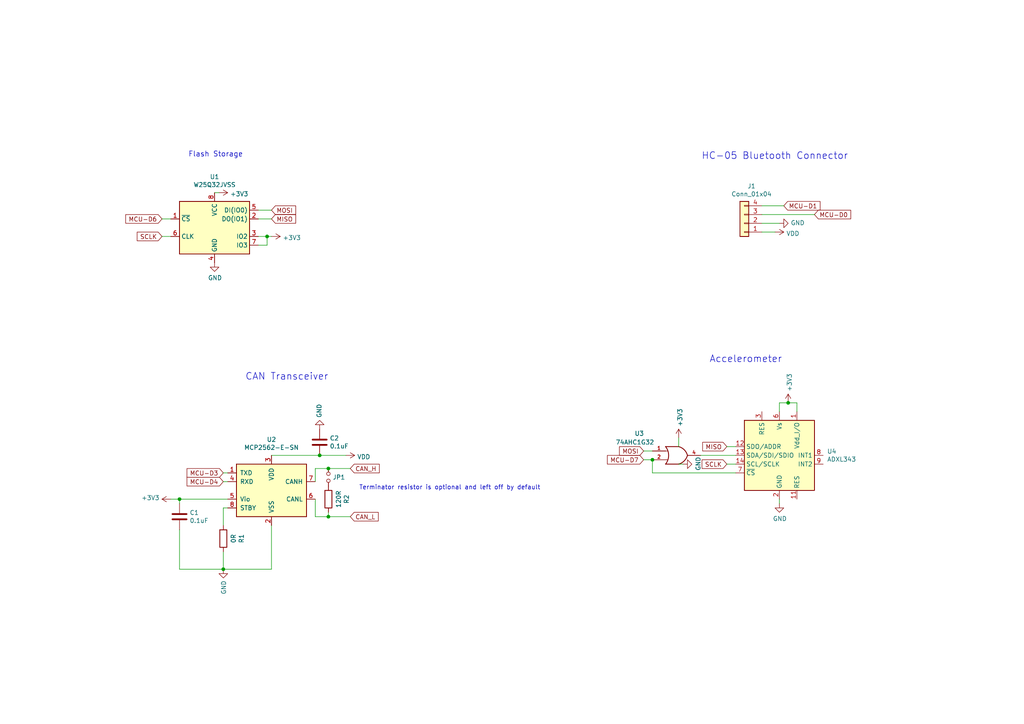
<source format=kicad_sch>
(kicad_sch (version 20231120) (generator "eeschema") (generator_version "8.0")
  (paper "A4")
  (lib_symbols
    (symbol "74xGxx:74AHC1G32" (pin_names (offset 1.016))
      (property "Reference" "U" (at -2.54 3.81 0))
      (property "Value" "74AHC1G32" (at 0 -3.81 0))
      (symbol "74AHC1G32_0_1"
        (arc (start -3.81 -2.54) (mid -2.919 0) (end -3.81 2.54) (stroke (width 0.254)))
        (arc (start 0 -2.54) (mid 1.601 -1.601) (end 2.54 0) (stroke (width 0.254)))
        (polyline (pts (xy -3.81 -1.27) (xy -3.175 -1.27)))
        (polyline (pts (xy -3.81 1.27) (xy -3.175 1.27)))
        (polyline (pts (xy 0 -2.54) (xy -3.81 -2.54)) (stroke (width 0.254)) (fill (type background)))
        (polyline (pts (xy 0 2.54) (xy -3.81 2.54)) (stroke (width 0.254)) (fill (type background)))
        (arc (start 2.54 0) (mid 1.6136 1.6136) (end 0 2.54) (stroke (width 0.254)))
      )
      (symbol "74AHC1G32_1_1"
        (pin input line (at -7.62 1.27 0) (length 3.81) (name "~") (number "1"))
        (pin input line (at -7.62 -1.27 0) (length 3.81) (name "~") (number "2"))
        (pin power_in line (at 0 -2.54 270) (length 0) hide (name "GND") (number "3"))
        (pin output line (at 6.35 0 180) (length 3.81) (name "~") (number "4"))
        (pin power_in line (at 0 2.54 90) (length 0) hide (name "VCC") (number "5"))
      )
    )
    (symbol "Connector_Generic:Conn_01x04" (pin_names (offset 1.016) hide)
      (property "Reference" "J" (at 0 5.08 0))
      (property "Value" "Conn_01x04" (at 0 -7.62 0))
      (symbol "Conn_01x04_1_1"
        (rectangle (start -1.27 -4.953) (end 0 -5.207) (stroke (width 0.1524)))
        (rectangle (start -1.27 -2.413) (end 0 -2.667) (stroke (width 0.1524)))
        (rectangle (start -1.27 0.127) (end 0 -0.127) (stroke (width 0.1524)))
        (rectangle (start -1.27 2.667) (end 0 2.413) (stroke (width 0.1524)))
        (rectangle (start -1.27 3.81) (end 1.27 -6.35) (stroke (width 0.254)) (fill (type background)))
        (pin passive line (at -5.08 2.54 0) (length 3.81) (name "Pin_1") (number "1"))
        (pin passive line (at -5.08 0 0) (length 3.81) (name "Pin_2") (number "2"))
        (pin passive line (at -5.08 -2.54 0) (length 3.81) (name "Pin_3") (number "3"))
        (pin passive line (at -5.08 -5.08 0) (length 3.81) (name "Pin_4") (number "4"))
      )
    )
    (symbol "Device:C" (pin_numbers hide) (pin_names (offset 0.254))
      (property "Reference" "C" (at 0.635 2.54 0))
      (property "Value" "C" (at 0.635 -2.54 0))
      (symbol "C_0_1"
        (polyline (pts (xy -2.032 -0.762) (xy 2.032 -0.762)) (stroke (width 0.508)))
        (polyline (pts (xy -2.032 0.762) (xy 2.032 0.762)) (stroke (width 0.508)))
      )
      (symbol "C_1_1"
        (pin passive line (at 0 3.81 270) (length 2.794) (name "~") (number "1"))
        (pin passive line (at 0 -3.81 90) (length 2.794) (name "~") (number "2"))
      )
    )
    (symbol "Device:Jumper_NO_Small" (pin_numbers hide) (pin_names (offset 0.762) hide)
      (property "Reference" "JP" (at 0 2.032 0))
      (property "Value" "Device_Jumper_NO_Small" (at 0.254 -1.524 0))
      (symbol "Jumper_NO_Small_0_1"
        (circle (center -1.016 0) (radius 0.508))
        (circle (center 1.016 0) (radius 0.508))
        (pin passive line (at -2.54 0 0) (length 1.016) (name "1") (number "1"))
        (pin passive line (at 2.54 0 180) (length 1.016) (name "2") (number "2"))
      )
    )
    (symbol "Device:R" (pin_numbers hide) (pin_names (offset 0))
      (property "Reference" "R" (at 2.032 0 90))
      (property "Value" "R" (at 0 0 90))
      (symbol "R_0_1"
        (rectangle (start -1.016 -2.54) (end 1.016 2.54) (stroke (width 0.254)))
      )
      (symbol "R_1_1"
        (pin passive line (at 0 3.81 270) (length 1.27) (name "~") (number "1"))
        (pin passive line (at 0 -3.81 90) (length 1.27) (name "~") (number "2"))
      )
    )
    (symbol "Interface_CAN_LIN:MCP2562-E-SN" (pin_names (offset 1.016))
      (property "Reference" "U" (at -10.16 8.89 0))
      (property "Value" "MCP2562-E-SN" (at 2.54 8.89 0))
      (symbol "MCP2562-E-SN_0_1"
        (rectangle (start -10.16 7.62) (end 10.16 -7.62) (stroke (width 0.254)) (fill (type background)))
      )
      (symbol "MCP2562-E-SN_1_1"
        (pin input line (at -12.7 5.08 0) (length 2.54) (name "TXD") (number "1"))
        (pin power_in line (at 0 -10.16 90) (length 2.54) (name "VSS") (number "2"))
        (pin power_in line (at 0 10.16 270) (length 2.54) (name "VDD") (number "3"))
        (pin output line (at -12.7 2.54 0) (length 2.54) (name "RXD") (number "4"))
        (pin power_in line (at -12.7 -2.54 0) (length 2.54) (name "Vio") (number "5"))
        (pin bidirectional line (at 12.7 -2.54 180) (length 2.54) (name "CANL") (number "6"))
        (pin bidirectional line (at 12.7 2.54 180) (length 2.54) (name "CANH") (number "7"))
        (pin input line (at -12.7 -5.08 0) (length 2.54) (name "STBY") (number "8"))
      )
    )
    (symbol "Memory_Flash:W25Q32JVSS"
      (property "Reference" "U" (at -8.89 8.89 0))
      (property "Value" "W25Q32JVSS" (at 7.62 8.89 0))
      (symbol "W25Q32JVSS_0_1"
        (rectangle (start -10.16 7.62) (end 10.16 -7.62) (stroke (width 0.254)) (fill (type background)))
      )
      (symbol "W25Q32JVSS_1_1"
        (pin input line (at -12.7 2.54 0) (length 2.54) (name "~{CS}") (number "1"))
        (pin bidirectional line (at 12.7 2.54 180) (length 2.54) (name "DO(IO1)") (number "2"))
        (pin bidirectional line (at 12.7 -2.54 180) (length 2.54) (name "IO2") (number "3"))
        (pin power_in line (at 0 -10.16 90) (length 2.54) (name "GND") (number "4"))
        (pin bidirectional line (at 12.7 5.08 180) (length 2.54) (name "DI(IO0)") (number "5"))
        (pin input line (at -12.7 -2.54 0) (length 2.54) (name "CLK") (number "6"))
        (pin bidirectional line (at 12.7 -5.08 180) (length 2.54) (name "IO3") (number "7"))
        (pin power_in line (at 0 10.16 270) (length 2.54) (name "VCC") (number "8"))
      )
    )
    (symbol "Sensor_Motion:ADXL343"
      (property "Reference" "U" (at -8.89 11.43 0))
      (property "Value" "ADXL343" (at -7.62 -11.43 0))
      (symbol "ADXL343_0_1"
        (rectangle (start -10.16 10.16) (end 10.16 -10.16) (stroke (width 0.254)) (fill (type background)))
      )
      (symbol "ADXL343_1_1"
        (pin power_in line (at 5.08 12.7 270) (length 2.54) (name "Vdd_I/O") (number "1"))
        (pin no_connect line (at -5.08 -10.16 90) (length 2.54) hide (name "NC") (number "10"))
        (pin passive line (at 5.08 -12.7 90) (length 2.54) (name "RES") (number "11"))
        (pin bidirectional line (at -12.7 2.54 0) (length 2.54) (name "SDO/ADDR") (number "12"))
        (pin bidirectional line (at -12.7 0 0) (length 2.54) (name "SDA/SDI/SDIO") (number "13"))
        (pin input line (at -12.7 -2.54 0) (length 2.54) (name "SCL/SCLK") (number "14"))
        (pin power_in line (at 0 -12.7 90) (length 2.54) (name "GND") (number "2"))
        (pin passive line (at -5.08 12.7 270) (length 2.54) (name "RES") (number "3"))
        (pin passive line (at 0 -12.7 90) (length 2.54) hide (name "GND") (number "4"))
        (pin passive line (at 0 -12.7 90) (length 2.54) hide (name "GND") (number "5"))
        (pin power_in line (at 0 12.7 270) (length 2.54) (name "Vs") (number "6"))
        (pin input line (at -12.7 -5.08 0) (length 2.54) (name "~{CS}") (number "7"))
        (pin output line (at 12.7 0 180) (length 2.54) (name "INT1") (number "8"))
        (pin output line (at 12.7 -2.54 180) (length 2.54) (name "INT2") (number "9"))
      )
    )
    (symbol "power:+3V3" (power) (pin_names (offset 0))
      (property "Value" "+3V3" (at 0 3.556 0))
      (symbol "+3V3_0_1"
        (polyline (pts (xy -0.762 1.27) (xy 0 2.54)))
        (polyline (pts (xy 0 0) (xy 0 2.54)))
        (polyline (pts (xy 0 2.54) (xy 0.762 1.27)))
      )
      (symbol "+3V3_1_1"
        (pin power_in line (at 0 0 90) (length 0) hide (name "+3V3") (number "1"))
      )
    )
    (symbol "power:GND" (power) (pin_names (offset 0))
      (property "Value" "GND" (at 0 -3.81 0))
      (symbol "GND_0_1"
        (polyline (pts (xy 0 0) (xy 0 -1.27) (xy 1.27 -1.27) (xy 0 -2.54) (xy -1.27 -1.27) (xy 0 -1.27)))
      )
      (symbol "GND_1_1"
        (pin power_in line (at 0 0 270) (length 0) hide (name "GND") (number "1"))
      )
    )
    (symbol "power:VDD" (power) (pin_names (offset 0))
      (property "Value" "VDD" (at 0 3.81 0))
      (symbol "VDD_0_1"
        (polyline (pts (xy -0.762 1.27) (xy 0 2.54)))
        (polyline (pts (xy 0 0) (xy 0 2.54)))
        (polyline (pts (xy 0 2.54) (xy 0.762 1.27)))
      )
      (symbol "VDD_1_1"
        (pin power_in line (at 0 0 90) (length 0) hide (name "VDD") (number "1"))
      )
    )
  )
  (junction (at 95.25 135.89))
  (junction (at 77.47 68.58))
  (junction (at 95.25 149.86))
  (junction (at 189.23 133.35))
  (junction (at 64.77 165.1))
  (junction (at 92.71 132.08))
  (junction (at 52.07 144.78))
  (junction (at 228.6 116.84))
  (wire (pts (xy 92.71 132.08) (xy 78.74 132.08)))
  (wire (pts (xy 74.93 60.96) (xy 78.74 60.96)))
  (wire (pts (xy 91.44 135.89) (xy 91.44 139.7)))
  (wire (pts (xy 236.22 62.23) (xy 220.98 62.23)))
  (wire (pts (xy 226.06 146.05) (xy 226.06 144.78)))
  (wire (pts (xy 91.44 149.86) (xy 95.25 149.86)))
  (wire (pts (xy 78.74 152.4) (xy 78.74 165.1)))
  (wire (pts (xy 186.69 133.35) (xy 189.23 133.35)))
  (wire (pts (xy 74.93 71.12) (xy 77.47 71.12)))
  (wire (pts (xy 226.06 64.77) (xy 220.98 64.77)))
  (wire (pts (xy 220.98 59.69) (xy 227.33 59.69)))
  (wire (pts (xy 64.77 139.7) (xy 66.04 139.7)))
  (wire (pts (xy 231.14 119.38) (xy 231.14 116.84)))
  (wire (pts (xy 77.47 71.12) (xy 77.47 68.58)))
  (wire (pts (xy 63.5 55.88) (xy 62.23 55.88)))
  (wire (pts (xy 224.79 67.31) (xy 220.98 67.31)))
  (wire (pts (xy 52.07 144.78) (xy 66.04 144.78)))
  (wire (pts (xy 95.25 149.86) (xy 101.6 149.86)))
  (wire (pts (xy 49.53 144.78) (xy 52.07 144.78)))
  (wire (pts (xy 78.74 165.1) (xy 64.77 165.1)))
  (wire (pts (xy 52.07 165.1) (xy 64.77 165.1)))
  (wire (pts (xy 46.99 63.5) (xy 49.53 63.5)))
  (wire (pts (xy 95.25 148.59) (xy 95.25 149.86)))
  (wire (pts (xy 46.99 68.58) (xy 49.53 68.58)))
  (wire (pts (xy 95.25 135.89) (xy 91.44 135.89)))
  (wire (pts (xy 77.47 68.58) (xy 74.93 68.58)))
  (wire (pts (xy 210.82 134.62) (xy 213.36 134.62)))
  (wire (pts (xy 186.69 130.81) (xy 189.23 130.81)))
  (wire (pts (xy 95.25 135.89) (xy 101.6 135.89)))
  (wire (pts (xy 64.77 147.32) (xy 66.04 147.32)))
  (wire (pts (xy 196.85 127) (xy 196.85 129.54)))
  (wire (pts (xy 64.77 160.02) (xy 64.77 165.1)))
  (wire (pts (xy 189.23 133.35) (xy 189.23 137.16)))
  (wire (pts (xy 64.77 152.4) (xy 64.77 147.32)))
  (wire (pts (xy 198.12 134.62) (xy 196.85 134.62)))
  (wire (pts (xy 210.82 129.54) (xy 213.36 129.54)))
  (wire (pts (xy 52.07 146.05) (xy 52.07 144.78)))
  (wire (pts (xy 52.07 153.67) (xy 52.07 165.1)))
  (wire (pts (xy 78.74 63.5) (xy 74.93 63.5)))
  (wire (pts (xy 91.44 144.78) (xy 91.44 149.86)))
  (wire (pts (xy 226.06 119.38) (xy 226.06 116.84)))
  (wire (pts (xy 189.23 137.16) (xy 213.36 137.16)))
  (wire (pts (xy 203.2 132.08) (xy 213.36 132.08)))
  (wire (pts (xy 226.06 116.84) (xy 228.6 116.84)))
  (wire (pts (xy 100.33 132.08) (xy 92.71 132.08)))
  (wire (pts (xy 231.14 116.84) (xy 228.6 116.84)))
  (wire (pts (xy 64.77 137.16) (xy 66.04 137.16)))
  (wire (pts (xy 78.74 68.58) (xy 77.47 68.58)))
  (text "CAN Transceiver" (at 71.12 110.49 0) (effects (font (size 1.9812 1.9812)) (justify left bottom)))
  (text "Flash Storage" (at 54.61 45.72 0) (effects (font (size 1.4986 1.4986)) (justify left bottom)))
  (text "HC-05 Bluetooth Connector" (at 203.454 46.482 0) (effects (font (size 1.9812 1.9812)) (justify left bottom)))
  (text "Terminator resistor is optional and left off by default" (at 104.14 142.24 0) (effects (font (size 1.27 1.27)) (justify left bottom)))
  (text "Accelerometer" (at 205.74 105.41 0) (effects (font (size 1.9812 1.9812)) (justify left bottom)))
  (global_label "CAN_L" (shape input) (at 101.6 149.86 0) (property "Intersheetrefs" "${INTERSHEET_REFS}" (effects (hide yes))))
  (global_label "MCU-D3" (shape input) (at 64.77 137.16 180) (property "Intersheetrefs" "${INTERSHEET_REFS}" (effects (hide yes))))
  (global_label "MISO" (shape input) (at 210.82 129.54 180) (property "Intersheetrefs" "${INTERSHEET_REFS}" (effects (hide yes))))
  (global_label "MCU-D6" (shape input) (at 46.99 63.5 180) (property "Intersheetrefs" "${INTERSHEET_REFS}" (effects (hide yes))))
  (global_label "MISO" (shape input) (at 78.74 63.5 0) (property "Intersheetrefs" "${INTERSHEET_REFS}" (effects (hide yes))))
  (global_label "MCU-D4" (shape input) (at 64.77 139.7 180) (property "Intersheetrefs" "${INTERSHEET_REFS}" (effects (hide yes))))
  (global_label "MOSI" (shape input) (at 78.74 60.96 0) (property "Intersheetrefs" "${INTERSHEET_REFS}" (effects (hide yes))))
  (global_label "MCU-D0" (shape input) (at 236.22 62.23 0) (property "Intersheetrefs" "${INTERSHEET_REFS}" (effects (hide yes))))
  (global_label "SCLK" (shape input) (at 46.99 68.58 180) (property "Intersheetrefs" "${INTERSHEET_REFS}" (effects (hide yes))))
  (global_label "MCU-D1" (shape input) (at 227.33 59.69 0) (property "Intersheetrefs" "${INTERSHEET_REFS}" (effects (hide yes))))
  (global_label "SCLK" (shape input) (at 210.82 134.62 180) (property "Intersheetrefs" "${INTERSHEET_REFS}" (effects (hide yes))))
  (global_label "MOSI" (shape input) (at 186.69 130.81 180) (property "Intersheetrefs" "${INTERSHEET_REFS}" (effects (hide yes))))
  (global_label "MCU-D7" (shape input) (at 186.69 133.35 180) (property "Intersheetrefs" "${INTERSHEET_REFS}" (effects (hide yes))))
  (global_label "CAN_H" (shape input) (at 101.6 135.89 0) (property "Intersheetrefs" "${INTERSHEET_REFS}" (effects (hide yes))))
  (symbol (lib_id "Interface_CAN_LIN:MCP2562-E-SN") (at 78.74 142.24 0) (unit 1)
    (property "Reference" "U2" (at 78.74 127.4826 0))
    (property "Value" "MCP2562-E-SN" (at 78.74 129.794 0))
    (property "Footprint" "Package_SO:SOIC-8_3.9x4.9mm_P1.27mm" (effects (hide yes)))
    (property "Datasheet" "http://ww1.microchip.com/downloads/en/DeviceDoc/25167A.pdf" (effects (hide yes)))
    (property "Digikey Part Number" "MCP2562-E/SN-ND" (effects (hide yes)))
    (property "Manufacturer_Name" "Microchip Technology" (effects (hide yes)))
    (property "Manufacturer_Part_Number" "MCP2562-E/SN" (effects (hide yes)))
    (property "URL" "https://www.digikey.com.au/products/en?keywords=MCP2562-E-SN" (effects (hide yes)))
  )
  (symbol (lib_id "Device:R") (at 95.25 144.78 180) (unit 1)
    (property "Reference" "R2" (at 100.5078 144.78 90))
    (property "Value" "120R" (at 98.1964 144.78 90))
    (property "Footprint" "Resistor_SMD:R_0805_2012Metric_Pad1.15x1.40mm_HandSolder" (effects (hide yes)))
    (property "Manufacturer_Name" "Yageo" (effects (hide yes)))
    (property "Manufacturer_Part_Number" "RC0805FR-07120RL" (effects (hide yes)))
    (property "URL" "https://www.digikey.com/products/en?keywords=311-120CRCT-ND" (effects (hide yes)))
    (property "Digikey Part Number" "311-120CRCT-ND" (effects (hide yes)))
  )
  (symbol (lib_id "power:GND") (at 226.06 64.77 90) (unit 1)
    (property "Reference" "#PWR04" (effects (hide yes)))
    (property "Value" "GND" (at 229.3112 64.643 90) (effects (justify right)))
  )
  (symbol (lib_id "power:GND") (at 226.06 146.05 0) (unit 1)
    (property "Reference" "#PWR014" (effects (hide yes)))
    (property "Value" "GND" (at 226.187 150.4442 0))
  )
  (symbol (lib_id "74xGxx:74AHC1G32") (at 196.85 132.08 0) (unit 1)
    (property "Reference" "U3" (at 185.42 125.73 0))
    (property "Value" "74AHC1G32" (at 184.15 128.27 0))
    (property "Footprint" "Package_TO_SOT_SMD:SOT-353_SC-70-5" (effects (hide yes)))
    (property "Datasheet" "http://www.ti.com/lit/sg/scyt129e/scyt129e.pdf" (effects (hide yes)))
    (property "Digikey Part Number" "296-8749-1-ND" (effects (hide yes)))
    (property "Manufacturer_Name" "Analog Devices" (effects (hide yes)))
    (property "Manufacturer_Part_Number" "SN74AHC1G32DCKR" (effects (hide yes)))
    (property "URL" "https://www.digikey.com.au/product-detail/en/texas-instruments/SN74AHC1G32DCKR/296-8749-1-ND/373812" (effects (hide yes)))
  )
  (symbol (lib_id "power:GND") (at 64.77 165.1 0) (unit 1)
    (property "Reference" "#PWR09" (effects (hide yes)))
    (property "Value" "GND" (at 64.897 168.3512 90) (effects (justify right)))
  )
  (symbol (lib_id "power:VDD") (at 100.33 132.08 270) (unit 1)
    (property "Reference" "#PWR011" (effects (hide yes)))
    (property "Value" "VDD" (at 103.5812 132.5118 90) (effects (justify left)))
  )
  (symbol (lib_id "power:+3V3") (at 78.74 68.58 270) (unit 1)
    (property "Reference" "#PWR07" (effects (hide yes)))
    (property "Value" "+3V3" (at 81.9912 68.961 90) (effects (justify left)))
  )
  (symbol (lib_id "Device:C") (at 92.71 128.27 0) (unit 1)
    (property "Reference" "C2" (at 95.631 127.1016 0) (effects (justify left)))
    (property "Value" "0.1uF" (at 95.631 129.413 0) (effects (justify left)))
    (property "Footprint" "Capacitor_SMD:C_0805_2012Metric" (effects (hide yes)))
    (property "Digikey Part Number" "311-1140-1-ND" (effects (hide yes)))
    (property "Manufacturer_Name" "Yageo" (effects (hide yes)))
    (property "Manufacturer_Part_Number" "CC0805KRX7R9BB104" (effects (hide yes)))
    (property "URL" "https://www.digikey.com.au/product-detail/en/yageo/CC0805KRX7R9BB104/311-1140-1-ND/303050" (effects (hide yes)))
  )
  (symbol (lib_id "power:+3V3") (at 63.5 55.88 270) (unit 1)
    (property "Reference" "#PWR06" (effects (hide yes)))
    (property "Value" "+3V3" (at 66.7512 56.261 90) (effects (justify left)))
  )
  (symbol (lib_id "Connector_Generic:Conn_01x04") (at 215.9 64.77 180) (unit 1)
    (property "Reference" "J1" (at 217.9828 53.975 0))
    (property "Value" "Conn_01x04" (at 217.9828 56.2864 0))
    (property "Footprint" "Connector_PinHeader_2.54mm:PinHeader_1x04_P2.54mm_Vertical" (effects (hide yes)))
  )
  (symbol (lib_id "Memory_Flash:W25Q32JVSS") (at 62.23 66.04 0) (unit 1)
    (property "Reference" "U1" (at 62.23 51.2826 0))
    (property "Value" "W25Q32JVSS" (at 62.23 53.594 0))
    (property "Footprint" "Package_SO:SOIC-8_5.23x5.23mm_P1.27mm" (effects (hide yes)))
    (property "Datasheet" "http://www.winbond.com/resource-files/w25q32jv%20revg%2003272018%20plus.pdf" (effects (hide yes)))
    (property "Digikey Part Number" "W25Q32JVSSIQCT-ND" (effects (hide yes)))
    (property "Manufacturer_Name" "Winbond Electronics" (effects (hide yes)))
    (property "Manufacturer_Part_Number" "W25Q32JVSSIQ" (effects (hide yes)))
    (property "URL" "https://www.digikey.com.au/product-detail/en/winbond-electronics/W25Q32JVSSIQ-TR/W25Q32JVSSIQCT-ND/7393546" (effects (hide yes)))
  )
  (symbol (lib_id "Device:C") (at 52.07 149.86 0) (unit 1)
    (property "Reference" "C1" (at 54.991 148.6916 0) (effects (justify left)))
    (property "Value" "0.1uF" (at 54.991 151.003 0) (effects (justify left)))
    (property "Footprint" "Capacitor_SMD:C_0805_2012Metric" (effects (hide yes)))
    (property "Digikey Part Number" "311-1140-1-ND" (effects (hide yes)))
    (property "Manufacturer_Name" "Yageo" (effects (hide yes)))
    (property "Manufacturer_Part_Number" "CC0805KRX7R9BB104" (effects (hide yes)))
    (property "URL" "https://www.digikey.com.au/product-detail/en/yageo/CC0805KRX7R9BB104/311-1140-1-ND/303050" (effects (hide yes)))
  )
  (symbol (lib_id "power:GND") (at 62.23 76.2 0) (unit 1)
    (property "Reference" "#PWR05" (effects (hide yes)))
    (property "Value" "GND" (at 62.357 80.5942 0))
  )
  (symbol (lib_id "power:+3V3") (at 228.6 116.84 0) (unit 1)
    (property "Reference" "#PWR015" (effects (hide yes)))
    (property "Value" "+3V3" (at 228.981 113.5888 90) (effects (justify left)))
  )
  (symbol (lib_id "power:VDD") (at 224.79 67.31 270) (unit 1)
    (property "Reference" "#PWR03" (effects (hide yes)))
    (property "Value" "VDD" (at 228.0412 67.7418 90) (effects (justify left)))
  )
  (symbol (lib_id "power:+3V3") (at 49.53 144.78 90) (unit 1)
    (property "Reference" "#PWR08" (effects (hide yes)))
    (property "Value" "+3V3" (at 46.2788 144.399 90) (effects (justify left)))
  )
  (symbol (lib_id "Sensor_Motion:ADXL343") (at 226.06 132.08 0) (unit 1)
    (property "Reference" "U4" (at 239.8776 130.9116 0) (effects (justify left)))
    (property "Value" "ADXL343" (at 239.8776 133.223 0) (effects (justify left)))
    (property "Footprint" "Package_LGA:LGA-14_3x5mm_P0.8mm_LayoutBorder1x6y" (effects (hide yes)))
    (property "Datasheet" "https://www.analog.com/media/en/technical-documentation/data-sheets/ADXL343.pdf" (effects (hide yes)))
    (property "Digikey Part Number" "ADXL343BCCZ-RLCT-ND" (effects (hide yes)))
    (property "Manufacturer_Name" "Analog Devices" (effects (hide yes)))
    (property "Manufacturer_Part_Number" "ADXL343BCCZ-RL" (effects (hide yes)))
    (property "URL" "https://www.digikey.com.au/product-detail/en/analog-devices-inc/ADXL343BCCZ-RL/ADXL343BCCZ-RLCT-ND/7422311" (effects (hide yes)))
  )
  (symbol (lib_id "power:+3V3") (at 196.85 127 0) (unit 1)
    (property "Reference" "#PWR012" (effects (hide yes)))
    (property "Value" "+3V3" (at 197.231 123.7488 90) (effects (justify left)))
  )
  (symbol (lib_id "power:GND") (at 198.12 134.62 90) (unit 1)
    (property "Reference" "#PWR013" (effects (hide yes)))
    (property "Value" "GND" (at 202.5142 134.493 0))
  )
  (symbol (lib_id "power:GND") (at 92.71 124.46 180) (unit 1)
    (property "Reference" "#PWR010" (effects (hide yes)))
    (property "Value" "GND" (at 92.583 121.2088 90) (effects (justify right)))
  )
  (symbol (lib_id "Device:R") (at 64.77 156.21 180) (unit 1)
    (property "Reference" "R1" (at 70.0278 156.21 90))
    (property "Value" "0R" (at 67.7164 156.21 90))
    (property "Footprint" "Resistor_SMD:R_0805_2012Metric_Pad1.15x1.40mm_HandSolder" (effects (hide yes)))
    (property "Manufacturer_Name" "Yageo" (effects (hide yes)))
    (property "Manufacturer_Part_Number" "RC0805JR-070RL" (effects (hide yes)))
    (property "URL" "https://www.digikey.com.au/product-detail/en/yageo/RC0805JR-070RL/311-0.0ARCT-ND/731163" (effects (hide yes)))
    (property "Digikey Part Number" "311-0.0ARCT-ND" (effects (hide yes)))
  )
  (symbol (lib_id "Device:Jumper_NO_Small") (at 95.25 138.43 270) (unit 1)
    (property "Reference" "JP1" (at 96.4692 138.43 90) (effects (justify left)))
    (property "Value" "Jumper_NO_Small" (effects (hide yes)))
    (property "Footprint" "Jumper:SolderJumper-2_P1.3mm_Open_Pad1.0x1.5mm" (effects (hide yes)))
  )
)
</source>
